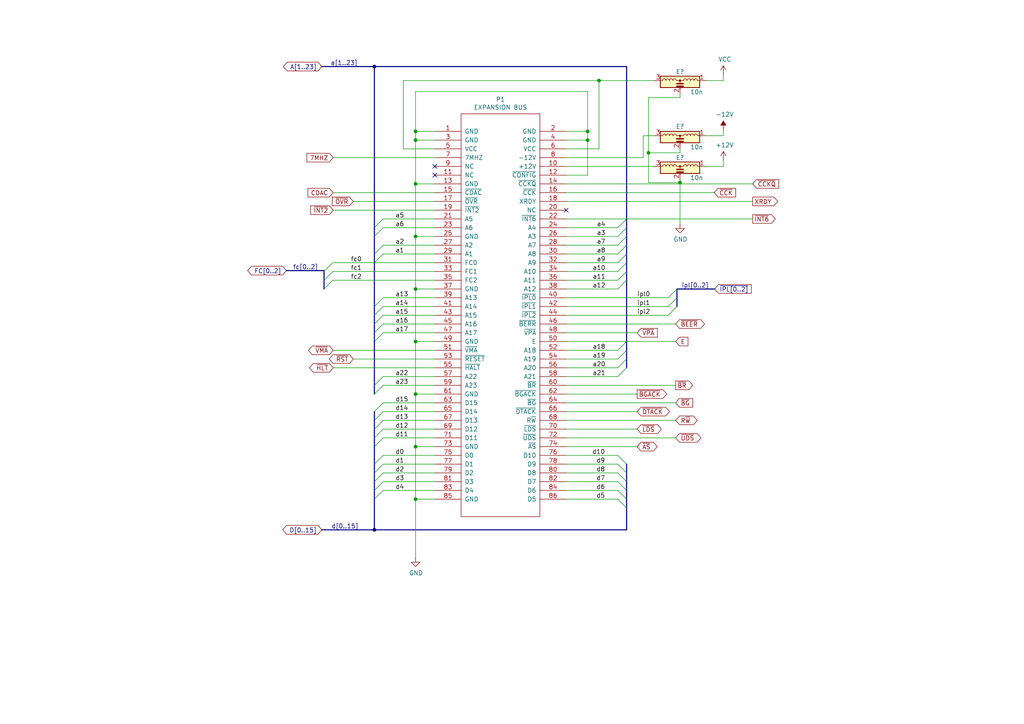
<source format=kicad_sch>
(kicad_sch (version 20250114) (generator "eeschema") (generator_version "9.0")
  (paper "A4")
  (title_block (title "Rämixx500") (date "2019-06-23") (rev "1") (company "SukkoPera") (comment 4 "Licensed under CC BY-NC-SA 4.0"))
  (lib_symbols
    (symbol "BUSEXP:BUSEXP" (pin_names (offset 1.016))
      (property "Reference" "U" (at 0 -2.54 0))
      (property "Value" "BUSEXP" (at 0 2.54 0))
      (symbol "BUSEXP_1_0"
        (rectangle (start -11.43 -58.42) (end 11.43 58.42))
      )
      (symbol "BUSEXP_1_1"
        (pin power_in line (at -19.05 53.34 0) (length 7.62) (name "GND") (number "1"))
        (pin power_in line (at -19.05 50.8 0) (length 7.62) (name "GND") (number "3"))
        (pin power_in line (at -19.05 48.26 0) (length 7.62) (name "VCC") (number "5"))
        (pin input line (at -19.05 45.72 0) (length 7.62) (name "7MHZ") (number "7"))
        (pin no_connect line (at -19.05 43.18 0) (length 7.62) (name "NC") (number "9"))
        (pin no_connect line (at -19.05 40.64 0) (length 7.62) (name "NC") (number "11"))
        (pin power_in line (at -19.05 38.1 0) (length 7.62) (name "GND") (number "13"))
        (pin input line (at -19.05 35.56 0) (length 7.62) (name "~{CDAC}") (number "15"))
        (pin output line (at -19.05 33.02 0) (length 7.62) (name "~{OVR}") (number "17"))
        (pin open_collector line (at -19.05 30.48 0) (length 7.62) (name "~{INT2}") (number "19"))
        (pin input line (at -19.05 27.94 0) (length 7.62) (name "A5") (number "21"))
        (pin input line (at -19.05 25.4 0) (length 7.62) (name "A6") (number "23"))
        (pin power_in line (at -19.05 22.86 0) (length 7.62) (name "GND") (number "25"))
        (pin input line (at -19.05 20.32 0) (length 7.62) (name "A2") (number "27"))
        (pin input line (at -19.05 17.78 0) (length 7.62) (name "A1") (number "29"))
        (pin input line (at -19.05 15.24 0) (length 7.62) (name "FC0") (number "31"))
        (pin input line (at -19.05 12.7 0) (length 7.62) (name "FC1") (number "33"))
        (pin input line (at -19.05 10.16 0) (length 7.62) (name "FC2") (number "35"))
        (pin power_in line (at -19.05 7.62 0) (length 7.62) (name "GND") (number "37"))
        (pin input line (at -19.05 5.08 0) (length 7.62) (name "A13") (number "39"))
        (pin input line (at -19.05 2.54 0) (length 7.62) (name "A14") (number "41"))
        (pin input line (at -19.05 0 0) (length 7.62) (name "A15") (number "43"))
        (pin input line (at -19.05 -2.54 0) (length 7.62) (name "A16") (number "45"))
        (pin input line (at -19.05 -5.08 0) (length 7.62) (name "A17") (number "47"))
        (pin power_in line (at -19.05 -7.62 0) (length 7.62) (name "GND") (number "49"))
        (pin input line (at -19.05 -10.16 0) (length 7.62) (name "~{VMA}") (number "51"))
        (pin bidirectional line (at -19.05 -12.7 0) (length 7.62) (name "~{RESET}") (number "53"))
        (pin bidirectional line (at -19.05 -15.24 0) (length 7.62) (name "~{HALT}") (number "55"))
        (pin input line (at -19.05 -17.78 0) (length 7.62) (name "A22") (number "57"))
        (pin input line (at -19.05 -20.32 0) (length 7.62) (name "A23") (number "59"))
        (pin power_in line (at -19.05 -22.86 0) (length 7.62) (name "GND") (number "61"))
        (pin bidirectional line (at -19.05 -25.4 0) (length 7.62) (name "D15") (number "63"))
        (pin bidirectional line (at -19.05 -27.94 0) (length 7.62) (name "D14") (number "65"))
        (pin bidirectional line (at -19.05 -30.48 0) (length 7.62) (name "D13") (number "67"))
        (pin bidirectional line (at -19.05 -33.02 0) (length 7.62) (name "D12") (number "69"))
        (pin bidirectional line (at -19.05 -35.56 0) (length 7.62) (name "D11") (number "71"))
        (pin power_in line (at -19.05 -38.1 0) (length 7.62) (name "GND") (number "73"))
        (pin bidirectional line (at -19.05 -40.64 0) (length 7.62) (name "D0") (number "75"))
        (pin bidirectional line (at -19.05 -43.18 0) (length 7.62) (name "D1") (number "77"))
        (pin bidirectional line (at -19.05 -45.72 0) (length 7.62) (name "D2") (number "79"))
        (pin bidirectional line (at -19.05 -48.26 0) (length 7.62) (name "D3") (number "81"))
        (pin bidirectional line (at -19.05 -50.8 0) (length 7.62) (name "D4") (number "83"))
        (pin input line (at -19.05 -53.34 0) (length 7.62) (name "GND") (number "85"))
        (pin power_in line (at 19.05 53.34 180) (length 7.62) (name "GND") (number "2"))
        (pin power_in line (at 19.05 50.8 180) (length 7.62) (name "GND") (number "4"))
        (pin power_in line (at 19.05 48.26 180) (length 7.62) (name "VCC") (number "6"))
        (pin power_in line (at 19.05 45.72 180) (length 7.62) (name "-12V") (number "8"))
        (pin power_in line (at 19.05 43.18 180) (length 7.62) (name "+12V") (number "10"))
        (pin input line (at 19.05 40.64 180) (length 7.62) (name "~{CONFIG}") (number "12"))
        (pin input line (at 19.05 38.1 180) (length 7.62) (name "~{CCKQ}") (number "14"))
        (pin input line (at 19.05 35.56 180) (length 7.62) (name "~{CCK}") (number "16"))
        (pin output line (at 19.05 33.02 180) (length 7.62) (name "XRDY") (number "18"))
        (pin no_connect line (at 19.05 30.48 180) (length 7.62) (name "NC") (number "20"))
        (pin open_collector line (at 19.05 27.94 180) (length 7.62) (name "~{INT6}") (number "22"))
        (pin input line (at 19.05 25.4 180) (length 7.62) (name "A4") (number "24"))
        (pin input line (at 19.05 22.86 180) (length 7.62) (name "A3") (number "26"))
        (pin input line (at 19.05 20.32 180) (length 7.62) (name "A7") (number "28"))
        (pin input line (at 19.05 17.78 180) (length 7.62) (name "A8") (number "30"))
        (pin input line (at 19.05 15.24 180) (length 7.62) (name "A9") (number "32"))
        (pin input line (at 19.05 12.7 180) (length 7.62) (name "A10") (number "34"))
        (pin input line (at 19.05 10.16 180) (length 7.62) (name "A11") (number "36"))
        (pin input line (at 19.05 7.62 180) (length 7.62) (name "A12") (number "38"))
        (pin input line (at 19.05 5.08 180) (length 7.62) (name "~{IPL0}") (number "40"))
        (pin input line (at 19.05 2.54 180) (length 7.62) (name "~{IPL1}") (number "42"))
        (pin input line (at 19.05 0 180) (length 7.62) (name "~{IPL2}") (number "44"))
        (pin bidirectional line (at 19.05 -2.54 180) (length 7.62) (name "~{BERR}") (number "46"))
        (pin output line (at 19.05 -5.08 180) (length 7.62) (name "~{VPA}") (number "48"))
        (pin input line (at 19.05 -7.62 180) (length 7.62) (name "E") (number "50"))
        (pin input line (at 19.05 -10.16 180) (length 7.62) (name "A18") (number "52"))
        (pin input line (at 19.05 -12.7 180) (length 7.62) (name "A19") (number "54"))
        (pin input line (at 19.05 -15.24 180) (length 7.62) (name "A20") (number "56"))
        (pin input line (at 19.05 -17.78 180) (length 7.62) (name "A21") (number "58"))
        (pin output line (at 19.05 -20.32 180) (length 7.62) (name "~{BR}") (number "60"))
        (pin output line (at 19.05 -22.86 180) (length 7.62) (name "~{BGACK}") (number "62"))
        (pin input line (at 19.05 -25.4 180) (length 7.62) (name "~{BG}") (number "64"))
        (pin input line (at 19.05 -27.94 180) (length 7.62) (name "~{DTACK}") (number "66"))
        (pin input line (at 19.05 -30.48 180) (length 7.62) (name "R~{W}") (number "68"))
        (pin input line (at 19.05 -33.02 180) (length 7.62) (name "~{LDS}") (number "70"))
        (pin input line (at 19.05 -35.56 180) (length 7.62) (name "~{UDS}") (number "72"))
        (pin input line (at 19.05 -38.1 180) (length 7.62) (name "~{AS}") (number "74"))
        (pin bidirectional line (at 19.05 -40.64 180) (length 7.62) (name "D10") (number "76"))
        (pin bidirectional line (at 19.05 -43.18 180) (length 7.62) (name "D9") (number "78"))
        (pin bidirectional line (at 19.05 -45.72 180) (length 7.62) (name "D8") (number "80"))
        (pin bidirectional line (at 19.05 -48.26 180) (length 7.62) (name "D7") (number "82"))
        (pin bidirectional line (at 19.05 -50.8 180) (length 7.62) (name "D6") (number "84"))
        (pin bidirectional line (at 19.05 -53.34 180) (length 7.62) (name "D5") (number "86"))
      )
    )
    (symbol "emi_filter_lcl_small:EMI_Filter_LCL" (pin_names (offset 0.254) (hide yes))
      (property "Reference" "FL" (at 0 6.985 0))
      (property "Value" "EMI_Filter_LCL" (at 0 5.08 0))
      (symbol "EMI_Filter_LCL_0_1"
        (rectangle (start -5.715 3.81) (end 5.715 0.508) (stroke (width 0.254)) (fill (type background)))
        (arc (start -5.08 2.54) (mid -4.572 3.048) (end -4.064 2.54))
        (arc (start -4.064 2.54) (mid -3.556 3.048) (end -3.048 2.54))
        (arc (start -3.048 2.54) (mid -2.54 3.048) (end -2.032 2.54))
        (arc (start -2.032 2.54) (mid -1.524 3.048) (end -1.016 2.54))
        (polyline (pts (xy -1.016 2.54) (xy 1.016 2.54)))
        (rectangle (start -1.016 0.762) (end 1.016 1.016) (fill (type outline)))
        (circle (center 0 2.54) (radius 0.254) (fill (type outline)))
        (polyline (pts (xy 0 2.54) (xy 0 1.778)))
        (polyline (pts (xy 0 0.762) (xy 0 0)))
        (rectangle (start 1.016 1.524) (end -1.016 1.778) (fill (type outline)))
        (arc (start 1.016 2.54) (mid 1.524 3.048) (end 2.032 2.54))
        (arc (start 2.032 2.54) (mid 2.54 3.048) (end 3.048 2.54))
        (arc (start 3.048 2.54) (mid 3.556 3.048) (end 4.064 2.54))
        (arc (start 4.064 2.54) (mid 4.572 3.048) (end 5.08 2.54))
      )
      (symbol "EMI_Filter_LCL_1_1"
        (pin passive line (at -7.62 2.54 0) (length 2.54) (name "1") (number "1"))
        (pin passive line (at 0 -1.27 90) (length 1.8034) (name "2") (number "2"))
        (pin passive line (at 7.62 2.54 180) (length 2.54) (name "3") (number "3"))
      )
    )
    (symbol "power:+12V" (power) (pin_numbers (hide yes)) (pin_names (offset 0) (hide yes))
      (property "Value" "+12V" (at 0 3.556 0))
      (symbol "+12V_0_1"
        (polyline (pts (xy -0.762 1.27) (xy 0 2.54)))
        (polyline (pts (xy 0 2.54) (xy 0.762 1.27)))
        (polyline (pts (xy 0 0) (xy 0 2.54)))
      )
      (symbol "+12V_1_1"
        (pin power_in line (at 0 0 90) (length 0) (name "~") (number "1"))
      )
    )
    (symbol "power:-12V" (power) (pin_numbers (hide yes)) (pin_names (offset 0) (hide yes))
      (property "Value" "-12V" (at 0 3.556 0))
      (symbol "-12V_0_0"
        (pin power_in line (at 0 0 90) (length 0) (name "~") (number "1"))
      )
      (symbol "-12V_0_1"
        (polyline (pts (xy 0 0) (xy 0 1.27) (xy 0.762 1.27) (xy 0 2.54) (xy -0.762 1.27) (xy 0 1.27)) (fill (type outline)))
      )
    )
    (symbol "power:GND" (power) (pin_numbers (hide yes)) (pin_names (offset 0) (hide yes))
      (property "Value" "GND" (at 0 -3.81 0))
      (symbol "GND_0_1"
        (polyline (pts (xy 0 0) (xy 0 -1.27) (xy 1.27 -1.27) (xy 0 -2.54) (xy -1.27 -1.27) (xy 0 -1.27)))
      )
      (symbol "GND_1_1"
        (pin power_in line (at 0 0 270) (length 0) (name "~") (number "1"))
      )
    )
    (symbol "power:VCC" (power) (pin_numbers (hide yes)) (pin_names (offset 0) (hide yes))
      (property "Value" "VCC" (at 0 3.556 0))
      (symbol "VCC_0_1"
        (polyline (pts (xy -0.762 1.27) (xy 0 2.54)))
        (polyline (pts (xy 0 2.54) (xy 0.762 1.27)))
        (polyline (pts (xy 0 0) (xy 0 2.54)))
      )
      (symbol "VCC_1_1"
        (pin power_in line (at 0 0 90) (length 0) (name "~") (number "1"))
      )
    )
  )
  (junction (at 120.523 83.82))
  (junction (at 120.523 114.3))
  (junction (at 120.523 144.78))
  (junction (at 197.231 52.959))
  (junction (at 170.434 38.1))
  (junction (at 120.523 40.64))
  (junction (at 120.523 129.54))
  (junction (at 108.585 153.67))
  (junction (at 108.585 19.304))
  (junction (at 120.523 38.1))
  (junction (at 120.523 99.06))
  (junction (at 120.523 53.34))
  (junction (at 188.087 44.323))
  (junction (at 170.434 40.64))
  (junction (at 173.736 23.368))
  (junction (at 120.523 68.58))
  (no_connect (at 126.111 50.8))
  (no_connect (at 126.111 48.26))
  (no_connect (at 164.211 60.96))
  (bus_entry (at 111.125 96.52) (size -2.54 2.54))
  (bus_entry (at 111.125 121.92) (size -2.54 2.54))
  (bus_entry (at 108.585 139.7) (size 2.54 -2.54))
  (bus_entry (at 111.125 88.9) (size -2.54 2.54))
  (bus_entry (at 111.125 93.98) (size -2.54 2.54))
  (bus_entry (at 179.197 78.74) (size 2.54 -2.54))
  (bus_entry (at 111.125 73.66) (size -2.54 2.54))
  (bus_entry (at 108.585 134.62) (size 2.54 -2.54))
  (bus_entry (at 196.342 83.82) (size -2.54 2.54))
  (bus_entry (at 179.197 142.24) (size 2.54 2.54))
  (bus_entry (at 196.342 86.36) (size -2.54 2.54))
  (bus_entry (at 179.197 106.68) (size 2.54 -2.54))
  (bus_entry (at 179.197 139.7) (size 2.54 2.54))
  (bus_entry (at 179.197 76.2) (size 2.54 -2.54))
  (bus_entry (at 179.197 66.04) (size 2.54 -2.54))
  (bus_entry (at 179.197 101.6) (size 2.54 -2.54))
  (bus_entry (at 111.125 63.5) (size -2.54 2.54))
  (bus_entry (at 111.125 109.22) (size -2.54 2.54))
  (bus_entry (at 179.197 71.12) (size 2.54 -2.54))
  (bus_entry (at 179.197 81.28) (size 2.54 -2.54))
  (bus_entry (at 108.585 137.16) (size 2.54 -2.54))
  (bus_entry (at 111.125 71.12) (size -2.54 2.54))
  (bus_entry (at 111.125 111.76) (size -2.54 2.54))
  (bus_entry (at 111.125 116.84) (size -2.54 2.54))
  (bus_entry (at 108.585 142.24) (size 2.54 -2.54))
  (bus_entry (at 111.125 127) (size -2.54 2.54))
  (bus_entry (at 179.197 134.62) (size 2.54 2.54))
  (bus_entry (at 111.125 119.38) (size -2.54 2.54))
  (bus_entry (at 179.197 83.82) (size 2.54 -2.54))
  (bus_entry (at 111.125 86.36) (size -2.54 2.54))
  (bus_entry (at 108.585 144.78) (size 2.54 -2.54))
  (bus_entry (at 179.197 144.78) (size 2.54 2.54))
  (bus_entry (at 196.342 88.9) (size -2.54 2.54))
  (bus_entry (at 179.197 137.16) (size 2.54 2.54))
  (bus_entry (at 179.197 109.22) (size 2.54 -2.54))
  (bus_entry (at 179.197 73.66) (size 2.54 -2.54))
  (bus_entry (at 111.125 91.44) (size -2.54 2.54))
  (bus_entry (at 93.98 78.74) (size 2.54 -2.54))
  (bus_entry (at 179.197 68.58) (size 2.54 -2.54))
  (bus_entry (at 111.125 66.04) (size -2.54 2.54))
  (bus_entry (at 93.98 81.28) (size 2.54 -2.54))
  (bus_entry (at 179.197 104.14) (size 2.54 -2.54))
  (bus_entry (at 179.197 132.08) (size 2.54 2.54))
  (bus_entry (at 111.125 124.46) (size -2.54 2.54))
  (bus_entry (at 93.98 83.82) (size 2.54 -2.54))
  (wire (pts (xy 209.804 39.37) (xy 209.804 37.592)))
  (wire (pts (xy 120.523 114.3) (xy 120.523 129.54)))
  (wire (pts (xy 164.211 86.36) (xy 193.802 86.36)))
  (wire (pts (xy 120.523 129.54) (xy 120.523 144.78)))
  (bus (pts (xy 93.98 81.28) (xy 93.98 83.82)))
  (wire (pts (xy 164.211 109.22) (xy 179.197 109.22)))
  (wire (pts (xy 126.111 60.96) (xy 96.647 60.96)))
  (wire (pts (xy 126.111 78.74) (xy 96.52 78.74)))
  (bus (pts (xy 181.737 73.66) (xy 181.737 76.2)))
  (wire (pts (xy 126.111 58.42) (xy 102.489 58.42)))
  (bus (pts (xy 108.585 76.2) (xy 108.585 88.9)))
  (wire (pts (xy 188.087 44.323) (xy 188.087 52.959)))
  (bus (pts (xy 108.585 99.06) (xy 108.585 111.76)))
  (wire (pts (xy 164.211 45.72) (xy 186.563 45.72)))
  (wire (pts (xy 204.851 23.368) (xy 209.804 23.368)))
  (bus (pts (xy 108.585 93.98) (xy 108.585 96.52)))
  (bus (pts (xy 108.585 127) (xy 108.585 129.54)))
  (wire (pts (xy 164.211 63.5) (xy 181.737 63.5)))
  (bus (pts (xy 196.342 83.82) (xy 196.342 86.36)))
  (bus (pts (xy 181.737 99.06) (xy 181.737 101.6)))
  (wire (pts (xy 173.736 43.18) (xy 164.211 43.18)))
  (wire (pts (xy 204.851 39.37) (xy 209.804 39.37)))
  (wire (pts (xy 197.231 52.959) (xy 197.231 65.024)))
  (bus (pts (xy 181.737 68.58) (xy 181.737 71.12)))
  (wire (pts (xy 164.211 101.6) (xy 179.197 101.6)))
  (wire (pts (xy 126.111 71.12) (xy 111.125 71.12)))
  (wire (pts (xy 126.111 66.04) (xy 111.125 66.04)))
  (wire (pts (xy 164.211 58.42) (xy 218.313 58.42)))
  (wire (pts (xy 197.231 44.323) (xy 188.087 44.323)))
  (wire (pts (xy 173.736 23.368) (xy 189.611 23.368)))
  (wire (pts (xy 126.111 93.98) (xy 111.125 93.98)))
  (bus (pts (xy 108.585 19.304) (xy 93.345 19.304)))
  (wire (pts (xy 120.523 68.58) (xy 120.523 83.82)))
  (wire (pts (xy 126.111 106.68) (xy 96.647 106.68)))
  (wire (pts (xy 120.523 53.34) (xy 120.523 68.58)))
  (wire (pts (xy 164.211 40.64) (xy 170.434 40.64)))
  (bus (pts (xy 181.737 142.24) (xy 181.737 144.78)))
  (wire (pts (xy 164.211 68.58) (xy 179.197 68.58)))
  (wire (pts (xy 164.211 88.9) (xy 193.802 88.9)))
  (wire (pts (xy 164.211 114.3) (xy 184.785 114.3)))
  (bus (pts (xy 83.058 78.486) (xy 93.98 78.486)))
  (bus (pts (xy 108.585 68.58) (xy 108.585 73.66)))
  (bus (pts (xy 108.585 139.7) (xy 108.585 142.24)))
  (wire (pts (xy 116.967 43.18) (xy 116.967 23.368)))
  (bus (pts (xy 207.264 83.82) (xy 196.342 83.82)))
  (wire (pts (xy 164.211 121.92) (xy 195.961 121.92)))
  (bus (pts (xy 108.585 142.24) (xy 108.585 144.78)))
  (bus (pts (xy 108.585 137.16) (xy 108.585 139.7)))
  (bus (pts (xy 181.737 147.32) (xy 181.737 153.67)))
  (wire (pts (xy 164.211 78.74) (xy 179.197 78.74)))
  (wire (pts (xy 126.111 96.52) (xy 111.125 96.52)))
  (wire (pts (xy 164.211 142.24) (xy 179.197 142.24)))
  (wire (pts (xy 164.211 139.7) (xy 179.197 139.7)))
  (wire (pts (xy 126.111 127) (xy 111.125 127)))
  (wire (pts (xy 126.111 73.66) (xy 111.125 73.66)))
  (wire (pts (xy 126.111 86.36) (xy 111.125 86.36)))
  (bus (pts (xy 108.585 66.04) (xy 108.585 68.58)))
  (bus (pts (xy 108.585 119.38) (xy 108.585 121.92)))
  (wire (pts (xy 126.111 68.58) (xy 120.523 68.58)))
  (bus (pts (xy 108.585 111.76) (xy 108.585 114.3)))
  (wire (pts (xy 197.231 27.178) (xy 197.231 28.321)))
  (wire (pts (xy 189.611 39.37) (xy 186.563 39.37)))
  (wire (pts (xy 164.211 111.76) (xy 195.961 111.76)))
  (wire (pts (xy 164.211 132.08) (xy 179.197 132.08)))
  (bus (pts (xy 181.737 78.74) (xy 181.737 81.28)))
  (bus (pts (xy 181.737 101.6) (xy 181.737 104.14)))
  (wire (pts (xy 126.111 99.06) (xy 120.523 99.06)))
  (wire (pts (xy 164.211 116.84) (xy 195.961 116.84)))
  (wire (pts (xy 126.111 83.82) (xy 120.523 83.82)))
  (wire (pts (xy 173.736 23.368) (xy 173.736 43.18)))
  (wire (pts (xy 197.231 28.321) (xy 188.087 28.321)))
  (wire (pts (xy 164.211 96.52) (xy 184.785 96.52)))
  (wire (pts (xy 170.434 38.1) (xy 170.434 26.543)))
  (bus (pts (xy 108.585 19.304) (xy 181.737 19.304)))
  (wire (pts (xy 164.211 129.54) (xy 184.785 129.54)))
  (bus (pts (xy 181.737 144.78) (xy 181.737 147.32)))
  (wire (pts (xy 126.111 142.24) (xy 111.125 142.24)))
  (bus (pts (xy 196.342 86.36) (xy 196.342 88.9)))
  (bus (pts (xy 181.737 134.62) (xy 181.737 137.16)))
  (wire (pts (xy 126.111 124.46) (xy 111.125 124.46)))
  (bus (pts (xy 108.585 19.304) (xy 108.585 66.04)))
  (wire (pts (xy 197.231 43.18) (xy 197.231 44.323)))
  (wire (pts (xy 120.523 144.78) (xy 120.523 161.798)))
  (wire (pts (xy 188.087 52.959) (xy 197.231 52.959)))
  (wire (pts (xy 164.211 73.66) (xy 179.197 73.66)))
  (wire (pts (xy 126.111 116.84) (xy 111.125 116.84)))
  (bus (pts (xy 108.585 91.44) (xy 108.585 93.98)))
  (bus (pts (xy 108.585 73.66) (xy 108.585 76.2)))
  (bus (pts (xy 181.737 63.5) (xy 181.737 66.04)))
  (wire (pts (xy 164.211 104.14) (xy 179.197 104.14)))
  (wire (pts (xy 164.211 93.98) (xy 195.961 93.98)))
  (wire (pts (xy 126.111 101.6) (xy 96.647 101.6)))
  (wire (pts (xy 164.211 71.12) (xy 179.197 71.12)))
  (wire (pts (xy 120.523 38.1) (xy 120.523 40.64)))
  (wire (pts (xy 126.111 55.88) (xy 96.647 55.88)))
  (wire (pts (xy 126.111 45.72) (xy 96.647 45.72)))
  (wire (pts (xy 126.111 111.76) (xy 111.125 111.76)))
  (wire (pts (xy 116.967 23.368) (xy 173.736 23.368)))
  (wire (pts (xy 164.211 99.06) (xy 181.737 99.06)))
  (wire (pts (xy 126.111 137.16) (xy 111.125 137.16)))
  (wire (pts (xy 209.804 48.26) (xy 209.804 46.482)))
  (bus (pts (xy 108.585 129.54) (xy 108.585 134.62)))
  (wire (pts (xy 126.111 81.28) (xy 96.52 81.28)))
  (wire (pts (xy 120.523 26.543) (xy 120.523 38.1)))
  (wire (pts (xy 126.111 134.62) (xy 111.125 134.62)))
  (wire (pts (xy 186.563 39.37) (xy 186.563 45.72)))
  (wire (pts (xy 164.211 48.26) (xy 189.611 48.26)))
  (bus (pts (xy 108.585 153.67) (xy 93.345 153.67)))
  (wire (pts (xy 204.851 48.26) (xy 209.804 48.26)))
  (bus (pts (xy 181.737 104.14) (xy 181.737 106.68)))
  (wire (pts (xy 164.211 83.82) (xy 179.197 83.82)))
  (wire (pts (xy 164.211 81.28) (xy 179.197 81.28)))
  (wire (pts (xy 126.111 144.78) (xy 120.523 144.78)))
  (wire (pts (xy 126.111 109.22) (xy 111.125 109.22)))
  (bus (pts (xy 108.585 124.46) (xy 108.585 127)))
  (wire (pts (xy 164.211 38.1) (xy 170.434 38.1)))
  (wire (pts (xy 120.523 83.82) (xy 120.523 99.06)))
  (wire (pts (xy 126.111 121.92) (xy 111.125 121.92)))
  (wire (pts (xy 126.111 88.9) (xy 111.125 88.9)))
  (wire (pts (xy 170.434 40.64) (xy 170.434 50.8)))
  (wire (pts (xy 188.087 28.321) (xy 188.087 44.323)))
  (wire (pts (xy 164.211 76.2) (xy 179.197 76.2)))
  (bus (pts (xy 108.585 88.9) (xy 108.585 91.44)))
  (wire (pts (xy 181.737 99.06) (xy 195.961 99.06)))
  (bus (pts (xy 181.737 81.28) (xy 181.737 99.06)))
  (wire (pts (xy 120.523 40.64) (xy 120.523 53.34)))
  (wire (pts (xy 197.231 52.07) (xy 197.231 52.959)))
  (bus (pts (xy 108.585 153.67) (xy 181.737 153.67)))
  (wire (pts (xy 126.111 91.44) (xy 111.125 91.44)))
  (wire (pts (xy 164.211 91.44) (xy 193.802 91.44)))
  (bus (pts (xy 181.737 76.2) (xy 181.737 78.74)))
  (bus (pts (xy 181.737 66.04) (xy 181.737 68.58)))
  (wire (pts (xy 126.111 114.3) (xy 120.523 114.3)))
  (wire (pts (xy 181.737 63.5) (xy 218.313 63.5)))
  (wire (pts (xy 126.111 53.34) (xy 120.523 53.34)))
  (wire (pts (xy 170.434 26.543) (xy 120.523 26.543)))
  (bus (pts (xy 181.737 139.7) (xy 181.737 142.24)))
  (bus (pts (xy 108.585 134.62) (xy 108.585 137.16)))
  (bus (pts (xy 108.585 121.92) (xy 108.585 124.46)))
  (wire (pts (xy 164.211 144.78) (xy 179.197 144.78)))
  (wire (pts (xy 164.211 124.46) (xy 184.785 124.46)))
  (bus (pts (xy 108.585 96.52) (xy 108.585 99.06)))
  (wire (pts (xy 164.211 53.34) (xy 218.313 53.34)))
  (wire (pts (xy 108.585 76.2) (xy 126.111 76.2)))
  (wire (pts (xy 164.211 55.88) (xy 207.137 55.88)))
  (wire (pts (xy 164.211 50.8) (xy 170.434 50.8)))
  (wire (pts (xy 164.211 137.16) (xy 179.197 137.16)))
  (wire (pts (xy 170.434 40.64) (xy 170.434 38.1)))
  (wire (pts (xy 164.211 134.62) (xy 179.197 134.62)))
  (bus (pts (xy 181.737 71.12) (xy 181.737 73.66)))
  (wire (pts (xy 126.111 40.64) (xy 120.523 40.64)))
  (wire (pts (xy 164.211 106.68) (xy 179.197 106.68)))
  (wire (pts (xy 126.111 119.38) (xy 111.125 119.38)))
  (bus (pts (xy 93.98 78.486) (xy 93.98 78.74)))
  (wire (pts (xy 120.523 99.06) (xy 120.523 114.3)))
  (wire (pts (xy 126.111 104.14) (xy 102.489 104.14)))
  (wire (pts (xy 164.211 127) (xy 195.961 127)))
  (bus (pts (xy 181.737 19.304) (xy 181.737 63.5)))
  (wire (pts (xy 126.111 129.54) (xy 120.523 129.54)))
  (bus (pts (xy 93.98 78.74) (xy 93.98 81.28)))
  (wire (pts (xy 96.52 76.2) (xy 108.585 76.2)))
  (wire (pts (xy 126.111 132.08) (xy 111.125 132.08)))
  (wire (pts (xy 126.111 38.1) (xy 120.523 38.1)))
  (wire (pts (xy 209.804 23.368) (xy 209.804 21.59)))
  (bus (pts (xy 181.737 137.16) (xy 181.737 139.7)))
  (bus (pts (xy 108.585 144.78) (xy 108.585 153.67)))
  (wire (pts (xy 126.111 63.5) (xy 111.125 63.5)))
  (wire (pts (xy 164.211 66.04) (xy 179.197 66.04)))
  (wire (pts (xy 164.211 119.38) (xy 184.785 119.38)))
  (wire (pts (xy 126.111 43.18) (xy 116.967 43.18)))
  (wire (pts (xy 126.111 139.7) (xy 111.125 139.7)))
  (label "a16" (at 114.681 93.98 0))
  (label "d5" (at 175.514 144.78 180))
  (label "a8" (at 175.641 73.66 180))
  (label "d10" (at 175.514 132.08 180))
  (label "a9" (at 175.641 76.2 180))
  (label "a4" (at 175.641 66.04 180))
  (label "d4" (at 114.681 142.24 0))
  (label "a14" (at 114.681 88.9 0))
  (label "a6" (at 114.681 66.04 0))
  (label "a2" (at 114.681 71.12 0))
  (label "a12" (at 175.641 83.82 180))
  (label "a7" (at 175.641 71.12 180))
  (label "d9" (at 175.514 134.62 180))
  (label "a21" (at 175.641 109.22 180))
  (label "a20" (at 175.641 106.68 180))
  (label "fc1" (at 101.727 78.74 0))
  (label "a10" (at 175.641 78.74 180))
  (label "a5" (at 114.681 63.5 0))
  (label "a11" (at 175.641 81.28 180))
  (label "d12" (at 114.681 124.46 0))
  (label "a13" (at 114.681 86.36 0))
  (label "fc[0..2]" (at 84.963 78.486 0))
  (label "a[1..23]" (at 95.885 19.304 0))
  (label "d13" (at 114.681 121.92 0))
  (label "d6" (at 175.514 142.24 180))
  (label "ipl[0..2]" (at 205.613 83.82 180))
  (label "a23" (at 114.681 111.76 0))
  (label "a1" (at 114.681 73.66 0))
  (label "d[0..15]" (at 96.139 153.67 0))
  (label "ipl1" (at 188.595 88.9 180))
  (label "a17" (at 114.681 96.52 0))
  (label "d0" (at 114.681 132.08 0))
  (label "fc2" (at 101.727 81.28 0))
  (label "fc0" (at 101.727 76.2 0))
  (label "d8" (at 175.514 137.16 180))
  (label "d14" (at 114.681 119.38 0))
  (label "a22" (at 114.681 109.22 0))
  (label "d2" (at 114.681 137.16 0))
  (label "a19" (at 175.641 104.14 180))
  (label "d3" (at 114.681 139.7 0))
  (label "a15" (at 114.681 91.44 0))
  (label "ipl2" (at 188.595 91.44 180))
  (label "d11" (at 114.681 127 0))
  (label "ipl0" (at 188.595 86.36 180))
  (label "a18" (at 175.641 101.6 180))
  (label "d1" (at 114.681 134.62 0))
  (label "d7" (at 175.514 139.7 180))
  (label "a3" (at 175.641 68.58 180))
  (label "d15" (at 114.681 116.84 0))
  (global_label "~{UDS}" (shape bidirectional) (at 195.961 127 0) (property "Intersheetrefs" "${INTERSHEET_REFS}" (effects (hide yes))))
  (global_label "~{AS}" (shape bidirectional) (at 184.785 129.54 0) (property "Intersheetrefs" "${INTERSHEET_REFS}" (effects (hide yes))))
  (global_label "~{HLT}" (shape bidirectional) (at 96.647 106.68 180) (property "Intersheetrefs" "${INTERSHEET_REFS}" (effects (hide yes))))
  (global_label "~{VMA}" (shape bidirectional) (at 96.647 101.6 180) (property "Intersheetrefs" "${INTERSHEET_REFS}" (effects (hide yes))))
  (global_label "D[0..15]" (shape bidirectional) (at 93.345 153.67 180) (property "Intersheetrefs" "${INTERSHEET_REFS}" (effects (hide yes))))
  (global_label "A[1..23]" (shape bidirectional) (at 93.345 19.304 180) (property "Intersheetrefs" "${INTERSHEET_REFS}" (effects (hide yes))))
  (global_label "~{INT2}" (shape input) (at 96.647 60.96 180) (property "Intersheetrefs" "${INTERSHEET_REFS}" (effects (hide yes))))
  (global_label "~{BEER}" (shape bidirectional) (at 195.961 93.98 0) (property "Intersheetrefs" "${INTERSHEET_REFS}" (effects (hide yes))))
  (global_label "XRDY" (shape output) (at 218.313 58.42 0) (property "Intersheetrefs" "${INTERSHEET_REFS}" (effects (hide yes))))
  (global_label "7MHZ" (shape input) (at 96.647 45.72 180) (property "Intersheetrefs" "${INTERSHEET_REFS}" (effects (hide yes))))
  (global_label "~{IPL[0..2]}" (shape input) (at 207.264 83.82 0) (property "Intersheetrefs" "${INTERSHEET_REFS}" (effects (hide yes))))
  (global_label "~{INT6}" (shape output) (at 218.313 63.5 0) (property "Intersheetrefs" "${INTERSHEET_REFS}" (effects (hide yes))))
  (global_label "~{CCK}" (shape input) (at 207.137 55.88 0) (property "Intersheetrefs" "${INTERSHEET_REFS}" (effects (hide yes))))
  (global_label "~{BG}" (shape input) (at 195.961 116.84 0) (property "Intersheetrefs" "${INTERSHEET_REFS}" (effects (hide yes))))
  (global_label "~{LDS}" (shape bidirectional) (at 184.785 124.46 0) (property "Intersheetrefs" "${INTERSHEET_REFS}" (effects (hide yes))))
  (global_label "~{BR}" (shape output) (at 195.961 111.76 0) (property "Intersheetrefs" "${INTERSHEET_REFS}" (effects (hide yes))))
  (global_label "~{BGACK}" (shape output) (at 184.785 114.3 0) (property "Intersheetrefs" "${INTERSHEET_REFS}" (effects (hide yes))))
  (global_label "CDAC" (shape input) (at 96.647 55.88 180) (property "Intersheetrefs" "${INTERSHEET_REFS}" (effects (hide yes))))
  (global_label "~{OVR}" (shape input) (at 102.489 58.42 180) (property "Intersheetrefs" "${INTERSHEET_REFS}" (effects (hide yes))))
  (global_label "FC[0..2]" (shape bidirectional) (at 83.058 78.486 180) (property "Intersheetrefs" "${INTERSHEET_REFS}" (effects (hide yes))))
  (global_label "~{RST}" (shape bidirectional) (at 102.489 104.14 180) (property "Intersheetrefs" "${INTERSHEET_REFS}" (effects (hide yes))))
  (global_label "~{DTACK}" (shape bidirectional) (at 184.785 119.38 0) (property "Intersheetrefs" "${INTERSHEET_REFS}" (effects (hide yes))))
  (global_label "~{VPA}" (shape input) (at 184.785 96.52 0) (property "Intersheetrefs" "${INTERSHEET_REFS}" (effects (hide yes))))
  (global_label "E" (shape input) (at 195.961 99.06 0) (property "Intersheetrefs" "${INTERSHEET_REFS}" (effects (hide yes))))
  (global_label "~{CCKQ}" (shape input) (at 218.313 53.34 0) (property "Intersheetrefs" "${INTERSHEET_REFS}" (effects (hide yes))))
  (global_label "R~{W}" (shape bidirectional) (at 195.961 121.92 0) (property "Intersheetrefs" "${INTERSHEET_REFS}" (effects (hide yes))))
  (symbol (lib_id "BUSEXP:BUSEXP") (at 145.161 91.44 0) (unit 1)
    (property "Reference" "P1" (at 145.161 28.829 0))
    (property "Value" "EXPANSION BUS" (at 145.161 31.1404 0))
    (property "Footprint" "Raemixx500:A500_SIDE_SLOT" (effects (hide yes)))
    (property "Datasheet" "DOCUMENTATION" (effects (hide yes)))
    (property "MFG Name" "SKIP" (effects (hide yes)))
    (property "MFG Part Num" "SKIP" (effects (hide yes)))
    (property "Section" "CONN" (effects (hide yes)))
  )
  (symbol (lib_id "power:GND") (at 120.523 161.798 0) (unit 1)
    (property "Reference" "#PWR0227" (effects (hide yes)))
    (property "Value" "GND" (at 120.65 166.1922 0))
  )
  (symbol (lib_id "power:VCC") (at 209.804 21.59 0) (unit 1)
    (property "Reference" "#PWR0228" (effects (hide yes)))
    (property "Value" "VCC" (at 210.2358 17.1958 0))
  )
  (symbol (lib_id "emi_filter_lcl_small:EMI_Filter_LCL") (at 197.231 25.908 0) (mirror y) (unit 1)
    (property "Reference" "E702" (at 197.231 20.828 0))
    (property "Value" "10n" (at 202.057 26.67 0))
    (property "Footprint" "Raemixx500:EMI_Filter_Short" (effects (hide yes)))
    (property "Datasheet" "http://www.murata.com/~/media/webrenewal/support/library/catalog/products/emc/emifil/c31e.ashx?la=en-gb" (effects (hide yes)))
    (property "EMI_FILTER_TYPE" "W/FERRITE" (effects (hide yes)))
    (property "Cost" "0.234" (effects (hide yes)))
    (property "MFG Name" "MURATA" (effects (hide yes)))
    (property "MFG Part Num" "DSS1NB32A103Q91A" (effects (hide yes)))
    (instances (project "" (path "" (reference "E?") (unit 1)) (path "" (reference "E702") (unit 1))))
  )
  (symbol (lib_id "emi_filter_lcl_small:EMI_Filter_LCL") (at 197.231 41.91 0) (mirror y) (unit 1)
    (property "Reference" "E703" (at 197.231 36.703 0))
    (property "Value" "10n" (at 202.057 42.672 0))
    (property "Footprint" "Raemixx500:EMI_Filter_Short" (effects (hide yes)))
    (property "Datasheet" "http://www.murata.com/~/media/webrenewal/support/library/catalog/products/emc/emifil/c31e.ashx?la=en-gb" (effects (hide yes)))
    (property "EMI_FILTER_TYPE" "W/FERRITE" (effects (hide yes)))
    (property "Cost" "0.234" (effects (hide yes)))
    (property "MFG Name" "MURATA" (effects (hide yes)))
    (property "MFG Part Num" "DSS1NB32A103Q91A" (effects (hide yes)))
    (instances (project "" (path "" (reference "E?") (unit 1)) (path "" (reference "E703") (unit 1))))
  )
  (symbol (lib_id "emi_filter_lcl_small:EMI_Filter_LCL") (at 197.231 50.8 0) (mirror y) (unit 1)
    (property "Reference" "E704" (at 197.231 45.72 0))
    (property "Value" "10n" (at 202.057 51.562 0))
    (property "Footprint" "Raemixx500:EMI_Filter_Short" (effects (hide yes)))
    (property "Datasheet" "http://www.murata.com/~/media/webrenewal/support/library/catalog/products/emc/emifil/c31e.ashx?la=en-gb" (effects (hide yes)))
    (property "EMI_FILTER_TYPE" "W/FERRITE" (effects (hide yes)))
    (property "Cost" "0.234" (effects (hide yes)))
    (property "MFG Name" "MURATA" (effects (hide yes)))
    (property "MFG Part Num" "DSS1NB32A103Q91A" (effects (hide yes)))
    (instances (project "" (path "" (reference "E?") (unit 1)) (path "" (reference "E704") (unit 1))))
  )
  (symbol (lib_id "power:-12V") (at 209.804 37.592 0) (unit 1)
    (property "Reference" "#PWR0229" (effects (hide yes)))
    (property "Value" "-12V" (at 210.185 33.1978 0))
    (instances (project "" (path "" (reference "#PWR?") (unit 1)) (path "" (reference "#PWR0229") (unit 1))))
  )
  (symbol (lib_id "power:+12V") (at 209.804 46.482 0) (unit 1)
    (property "Reference" "#PWR0230" (effects (hide yes)))
    (property "Value" "+12V" (at 210.185 42.0878 0))
  )
  (symbol (lib_id "power:GND") (at 197.231 65.024 0) (unit 1)
    (property "Reference" "#PWR0231" (effects (hide yes)))
    (property "Value" "GND" (at 197.358 69.4182 0))
  )
)
</source>
